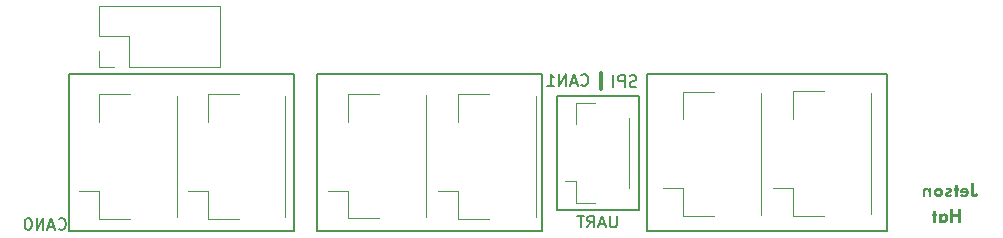
<source format=gbr>
%TF.GenerationSoftware,KiCad,Pcbnew,7.0.8*%
%TF.CreationDate,2024-02-04T14:44:40+01:00*%
%TF.ProjectId,HatV2,48617456-322e-46b6-9963-61645f706362,V2*%
%TF.SameCoordinates,PX5faea10PY6c663e8*%
%TF.FileFunction,Legend,Bot*%
%TF.FilePolarity,Positive*%
%FSLAX46Y46*%
G04 Gerber Fmt 4.6, Leading zero omitted, Abs format (unit mm)*
G04 Created by KiCad (PCBNEW 7.0.8) date 2024-02-04 14:44:40*
%MOMM*%
%LPD*%
G01*
G04 APERTURE LIST*
%ADD10C,0.200000*%
%ADD11C,0.150000*%
%ADD12C,0.300000*%
%ADD13C,0.120000*%
G04 APERTURE END LIST*
D10*
G36*
X85462538Y4726619D02*
G01*
X85212653Y4726619D01*
X85212653Y3889012D01*
X85213001Y3868863D01*
X85214047Y3849214D01*
X85215789Y3830066D01*
X85218229Y3811419D01*
X85221366Y3793274D01*
X85225200Y3775629D01*
X85229730Y3758486D01*
X85234958Y3741844D01*
X85240883Y3725703D01*
X85247505Y3710062D01*
X85254824Y3694923D01*
X85262840Y3680285D01*
X85271553Y3666149D01*
X85280963Y3652513D01*
X85291070Y3639378D01*
X85301875Y3626744D01*
X85313244Y3614748D01*
X85325048Y3603526D01*
X85337286Y3593078D01*
X85349958Y3583404D01*
X85363065Y3574503D01*
X85376605Y3566377D01*
X85390579Y3559024D01*
X85404988Y3552446D01*
X85419831Y3546641D01*
X85435107Y3541610D01*
X85450818Y3537354D01*
X85466963Y3533871D01*
X85483542Y3531162D01*
X85500555Y3529227D01*
X85518002Y3528066D01*
X85535884Y3527679D01*
X85548856Y3527916D01*
X85561657Y3528627D01*
X85580538Y3530581D01*
X85599033Y3533602D01*
X85617144Y3537688D01*
X85634869Y3542841D01*
X85652210Y3549059D01*
X85669165Y3556344D01*
X85685735Y3564695D01*
X85701920Y3574111D01*
X85717719Y3584594D01*
X85722901Y3588325D01*
X85733072Y3596196D01*
X85742949Y3604568D01*
X85752530Y3613441D01*
X85761816Y3622815D01*
X85770807Y3632690D01*
X85779503Y3643067D01*
X85787903Y3653944D01*
X85796009Y3665323D01*
X85803819Y3677202D01*
X85811334Y3689583D01*
X85818553Y3702464D01*
X85825478Y3715847D01*
X85832107Y3729731D01*
X85838441Y3744116D01*
X85844480Y3759002D01*
X85850224Y3774389D01*
X85666383Y3913779D01*
X85666383Y3910286D01*
X85660416Y3898700D01*
X85654879Y3885930D01*
X85649580Y3873279D01*
X85648602Y3870914D01*
X85643340Y3859185D01*
X85637675Y3847813D01*
X85630345Y3834638D01*
X85622434Y3821976D01*
X85613943Y3809827D01*
X85607960Y3802013D01*
X85598539Y3791654D01*
X85588849Y3783438D01*
X85577207Y3776562D01*
X85563454Y3772276D01*
X85554617Y3771532D01*
X85541931Y3772392D01*
X85527791Y3775696D01*
X85514835Y3781478D01*
X85503062Y3789739D01*
X85492472Y3800477D01*
X85487621Y3806776D01*
X85480395Y3818371D01*
X85474394Y3831129D01*
X85469617Y3845050D01*
X85466065Y3860133D01*
X85464105Y3873037D01*
X85462930Y3886686D01*
X85462538Y3901078D01*
X85462538Y4726619D01*
G37*
G36*
X84674934Y4340068D02*
G01*
X84694998Y4338714D01*
X84714653Y4336456D01*
X84733899Y4333296D01*
X84752735Y4329233D01*
X84771162Y4324267D01*
X84789180Y4318398D01*
X84806788Y4311626D01*
X84823988Y4303951D01*
X84840777Y4295373D01*
X84857158Y4285892D01*
X84873129Y4275508D01*
X84888691Y4264222D01*
X84903844Y4252032D01*
X84918587Y4238939D01*
X84932921Y4224944D01*
X84946571Y4210325D01*
X84959340Y4195281D01*
X84971228Y4179813D01*
X84982236Y4163921D01*
X84992363Y4147605D01*
X85001609Y4130865D01*
X85009975Y4113701D01*
X85017460Y4096112D01*
X85024065Y4078099D01*
X85029789Y4059662D01*
X85034632Y4040801D01*
X85038595Y4021516D01*
X85041677Y4001806D01*
X85043878Y3981672D01*
X85045199Y3961114D01*
X85045640Y3940132D01*
X85045222Y3916819D01*
X85043968Y3894107D01*
X85041878Y3871999D01*
X85038952Y3850494D01*
X85035190Y3829591D01*
X85030592Y3809291D01*
X85025159Y3789594D01*
X85018889Y3770500D01*
X85011783Y3752008D01*
X85003842Y3734119D01*
X84995064Y3716833D01*
X84985450Y3700150D01*
X84975001Y3684070D01*
X84963716Y3668592D01*
X84951594Y3653717D01*
X84938637Y3639445D01*
X84924933Y3625911D01*
X84910651Y3613250D01*
X84895791Y3601462D01*
X84880353Y3590548D01*
X84864337Y3580506D01*
X84847743Y3571338D01*
X84830571Y3563043D01*
X84812821Y3555621D01*
X84794493Y3549072D01*
X84775587Y3543397D01*
X84756104Y3538594D01*
X84736042Y3534665D01*
X84715402Y3531609D01*
X84694184Y3529426D01*
X84672389Y3528116D01*
X84650015Y3527679D01*
X84634742Y3527887D01*
X84619722Y3528508D01*
X84604955Y3529544D01*
X84590441Y3530994D01*
X84576180Y3532858D01*
X84562172Y3535136D01*
X84548417Y3537829D01*
X84534916Y3540936D01*
X84521667Y3544457D01*
X84508671Y3548392D01*
X84495928Y3552742D01*
X84483438Y3557506D01*
X84471202Y3562684D01*
X84459218Y3568277D01*
X84447487Y3574284D01*
X84436009Y3580705D01*
X84424785Y3587540D01*
X84413813Y3594789D01*
X84403094Y3602453D01*
X84392629Y3610531D01*
X84382416Y3619024D01*
X84372457Y3627930D01*
X84362750Y3637251D01*
X84353297Y3646986D01*
X84344096Y3657135D01*
X84335149Y3667699D01*
X84326454Y3678677D01*
X84318013Y3690069D01*
X84309824Y3701875D01*
X84301889Y3714096D01*
X84294206Y3726731D01*
X84286777Y3739780D01*
X84496337Y3812174D01*
X84504016Y3799870D01*
X84512049Y3788360D01*
X84520438Y3777644D01*
X84529180Y3767721D01*
X84538278Y3758593D01*
X84552589Y3746388D01*
X84567699Y3735970D01*
X84583607Y3727337D01*
X84600313Y3720491D01*
X84617817Y3715430D01*
X84636119Y3712156D01*
X84648763Y3710965D01*
X84661763Y3710569D01*
X84676225Y3711273D01*
X84690240Y3713386D01*
X84703809Y3716909D01*
X84716931Y3721840D01*
X84729607Y3728181D01*
X84741837Y3735930D01*
X84753619Y3745088D01*
X84764956Y3755656D01*
X84770317Y3761436D01*
X84780111Y3773620D01*
X84788664Y3786638D01*
X84795977Y3800490D01*
X84802049Y3815175D01*
X84806881Y3830694D01*
X84810473Y3847046D01*
X84812353Y3859857D01*
X84813536Y3873137D01*
X84266138Y3873137D01*
X84266138Y3910921D01*
X84266573Y3933663D01*
X84267875Y3955929D01*
X84270045Y3977718D01*
X84273084Y3999032D01*
X84276991Y4019869D01*
X84280705Y4035705D01*
X84502688Y4035705D01*
X84811630Y4035705D01*
X84808872Y4052210D01*
X84805042Y4067754D01*
X84800140Y4082335D01*
X84794167Y4095953D01*
X84787122Y4108609D01*
X84779006Y4120303D01*
X84769818Y4131034D01*
X84759558Y4140802D01*
X84748331Y4149509D01*
X84736399Y4157055D01*
X84723763Y4163440D01*
X84710422Y4168664D01*
X84696377Y4172728D01*
X84681628Y4175630D01*
X84666174Y4177371D01*
X84650015Y4177952D01*
X84642893Y4177813D01*
X84629135Y4176701D01*
X84616028Y4174479D01*
X84603570Y4171145D01*
X84586103Y4164060D01*
X84570097Y4154475D01*
X84555554Y4142390D01*
X84546671Y4132944D01*
X84538438Y4122386D01*
X84530855Y4110718D01*
X84523922Y4097938D01*
X84517638Y4084046D01*
X84512005Y4069044D01*
X84507021Y4052930D01*
X84502688Y4035705D01*
X84280705Y4035705D01*
X84281766Y4040229D01*
X84287410Y4060114D01*
X84293921Y4079522D01*
X84301301Y4098454D01*
X84309549Y4116909D01*
X84318665Y4134889D01*
X84328649Y4152392D01*
X84339502Y4169418D01*
X84351223Y4185969D01*
X84363812Y4202043D01*
X84377269Y4217641D01*
X84391375Y4232521D01*
X84405910Y4246441D01*
X84420874Y4259401D01*
X84436267Y4271400D01*
X84452090Y4282440D01*
X84468341Y4292520D01*
X84485022Y4301640D01*
X84502132Y4309800D01*
X84519671Y4317000D01*
X84537639Y4323240D01*
X84556037Y4328520D01*
X84574863Y4332840D01*
X84594119Y4336200D01*
X84613803Y4338600D01*
X84633917Y4340040D01*
X84654460Y4340520D01*
X84674934Y4340068D01*
G37*
G36*
X84101348Y4584372D02*
G01*
X83872737Y4584372D01*
X83872737Y4320199D01*
X83762876Y4320199D01*
X83762876Y4096668D01*
X83872737Y4096668D01*
X83872737Y3548000D01*
X84101348Y3548000D01*
X84101348Y4096668D01*
X84188665Y4096668D01*
X84188665Y4320199D01*
X84101348Y4320199D01*
X84101348Y4584372D01*
G37*
G36*
X83063389Y4214148D02*
G01*
X83218972Y4116989D01*
X83231455Y4127883D01*
X83243783Y4137707D01*
X83255954Y4146458D01*
X83267968Y4154138D01*
X83279827Y4160746D01*
X83291529Y4166283D01*
X83306889Y4171998D01*
X83321971Y4175808D01*
X83336775Y4177714D01*
X83344073Y4177952D01*
X83357865Y4176999D01*
X83370665Y4174141D01*
X83382472Y4169379D01*
X83393288Y4162711D01*
X83403111Y4153611D01*
X83410255Y4142262D01*
X83413430Y4129611D01*
X83413609Y4125562D01*
X83412484Y4110930D01*
X83409112Y4098152D01*
X83402503Y4085819D01*
X83392958Y4075906D01*
X83390113Y4073807D01*
X83378414Y4066994D01*
X83364436Y4060003D01*
X83350485Y4053551D01*
X83338407Y4048211D01*
X83324945Y4042440D01*
X83310099Y4036240D01*
X83293868Y4029611D01*
X83276254Y4022551D01*
X83263741Y4017606D01*
X83251052Y4012507D01*
X83238702Y4007292D01*
X83226693Y4001960D01*
X83215023Y3996511D01*
X83198155Y3988120D01*
X83182052Y3979466D01*
X83166713Y3970550D01*
X83152140Y3961371D01*
X83138330Y3951930D01*
X83125286Y3942227D01*
X83113006Y3932262D01*
X83101491Y3922034D01*
X83090880Y3911298D01*
X83081313Y3899809D01*
X83072789Y3887566D01*
X83065309Y3874570D01*
X83058873Y3860821D01*
X83053480Y3846318D01*
X83049131Y3831061D01*
X83045826Y3815051D01*
X83043565Y3798288D01*
X83042347Y3780771D01*
X83042115Y3768674D01*
X83042900Y3750345D01*
X83045252Y3732507D01*
X83049173Y3715160D01*
X83054662Y3698304D01*
X83061720Y3681940D01*
X83070346Y3666067D01*
X83080540Y3650685D01*
X83092303Y3635794D01*
X83101016Y3626139D01*
X83110426Y3616703D01*
X83120533Y3607485D01*
X83131337Y3598485D01*
X83142630Y3589911D01*
X83154203Y3581890D01*
X83166057Y3574423D01*
X83178191Y3567508D01*
X83190605Y3561146D01*
X83203299Y3555338D01*
X83216274Y3550083D01*
X83229529Y3545381D01*
X83243064Y3541232D01*
X83256880Y3537637D01*
X83270976Y3534594D01*
X83285352Y3532105D01*
X83300009Y3530169D01*
X83314946Y3528786D01*
X83330163Y3527956D01*
X83345660Y3527679D01*
X83361553Y3528106D01*
X83377441Y3529387D01*
X83393322Y3531522D01*
X83409198Y3534511D01*
X83425069Y3538354D01*
X83440934Y3543050D01*
X83456793Y3548601D01*
X83472647Y3555006D01*
X83488495Y3562264D01*
X83504338Y3570377D01*
X83514896Y3576259D01*
X83530452Y3585880D01*
X83545568Y3596404D01*
X83560242Y3607833D01*
X83574475Y3620166D01*
X83583719Y3628890D01*
X83592767Y3638016D01*
X83601619Y3647544D01*
X83610275Y3657474D01*
X83618735Y3667806D01*
X83626999Y3678539D01*
X83635067Y3689675D01*
X83642939Y3701212D01*
X83650616Y3713151D01*
X83658096Y3725492D01*
X83473302Y3812174D01*
X83465466Y3797409D01*
X83457595Y3783597D01*
X83449689Y3770738D01*
X83441749Y3758831D01*
X83433774Y3747877D01*
X83425764Y3737875D01*
X83413684Y3724658D01*
X83401526Y3713585D01*
X83389290Y3704655D01*
X83376975Y3697868D01*
X83364583Y3693224D01*
X83352112Y3690724D01*
X83343755Y3690248D01*
X83330847Y3691098D01*
X83316802Y3694154D01*
X83303511Y3699433D01*
X83292500Y3705875D01*
X83289460Y3708028D01*
X83278903Y3717375D01*
X83270631Y3728602D01*
X83266177Y3740582D01*
X83265329Y3748988D01*
X83267055Y3762899D01*
X83272235Y3775421D01*
X83280867Y3786554D01*
X83291253Y3795156D01*
X83292953Y3796298D01*
X83304370Y3803350D01*
X83315780Y3809288D01*
X83328619Y3813760D01*
X83334230Y3814396D01*
X83345780Y3821362D01*
X83359445Y3827239D01*
X83372332Y3832256D01*
X83384516Y3836761D01*
X83398368Y3841703D01*
X83412550Y3846914D01*
X83426282Y3852310D01*
X83439564Y3857888D01*
X83452395Y3863651D01*
X83464777Y3869597D01*
X83476708Y3875726D01*
X83488188Y3882039D01*
X83499219Y3888536D01*
X83519929Y3902080D01*
X83538839Y3916358D01*
X83555948Y3931371D01*
X83571255Y3947118D01*
X83584762Y3963599D01*
X83596468Y3980814D01*
X83606373Y3998764D01*
X83614477Y4017447D01*
X83620780Y4036866D01*
X83625283Y4057018D01*
X83627984Y4077904D01*
X83628884Y4099525D01*
X83628562Y4112630D01*
X83627595Y4125433D01*
X83624934Y4144069D01*
X83620823Y4162024D01*
X83615260Y4179298D01*
X83608246Y4195891D01*
X83599781Y4211804D01*
X83589865Y4227035D01*
X83578497Y4241586D01*
X83565679Y4255455D01*
X83556327Y4264323D01*
X83546330Y4272889D01*
X83535775Y4281079D01*
X83524829Y4288740D01*
X83513490Y4295873D01*
X83501759Y4302477D01*
X83489636Y4308554D01*
X83477122Y4314101D01*
X83464215Y4319121D01*
X83450917Y4323612D01*
X83437227Y4327575D01*
X83423144Y4331009D01*
X83408670Y4333915D01*
X83393804Y4336293D01*
X83378546Y4338142D01*
X83362896Y4339463D01*
X83346854Y4340256D01*
X83330420Y4340520D01*
X83312112Y4340026D01*
X83294020Y4338545D01*
X83276143Y4336077D01*
X83258483Y4332621D01*
X83241038Y4328179D01*
X83223809Y4322749D01*
X83206796Y4316331D01*
X83189998Y4308927D01*
X83173417Y4300535D01*
X83157051Y4291156D01*
X83140901Y4280790D01*
X83124967Y4269436D01*
X83109249Y4257095D01*
X83093746Y4243767D01*
X83078460Y4229451D01*
X83063389Y4214148D01*
G37*
G36*
X82490656Y4340073D02*
G01*
X82512127Y4338734D01*
X82533094Y4336501D01*
X82553558Y4333376D01*
X82573518Y4329357D01*
X82592975Y4324445D01*
X82611928Y4318641D01*
X82630377Y4311943D01*
X82648323Y4304353D01*
X82665765Y4295869D01*
X82682704Y4286492D01*
X82699139Y4276223D01*
X82715071Y4265060D01*
X82730499Y4253004D01*
X82745423Y4240056D01*
X82759844Y4226214D01*
X82773570Y4211706D01*
X82786411Y4196680D01*
X82798366Y4181135D01*
X82809436Y4165072D01*
X82819620Y4148491D01*
X82828919Y4131391D01*
X82837331Y4113773D01*
X82844859Y4095636D01*
X82851501Y4076980D01*
X82857257Y4057807D01*
X82862127Y4038115D01*
X82866113Y4017904D01*
X82869212Y3997175D01*
X82871426Y3975927D01*
X82872754Y3954161D01*
X82873197Y3931877D01*
X82872785Y3912172D01*
X82871550Y3892748D01*
X82869491Y3873604D01*
X82866609Y3854741D01*
X82862903Y3836157D01*
X82858373Y3817854D01*
X82853020Y3799831D01*
X82846843Y3782089D01*
X82839843Y3764627D01*
X82832019Y3747445D01*
X82823372Y3730544D01*
X82813901Y3713922D01*
X82803607Y3697581D01*
X82792489Y3681521D01*
X82780547Y3665741D01*
X82767782Y3650241D01*
X82754274Y3635399D01*
X82740103Y3621515D01*
X82725271Y3608589D01*
X82709776Y3596620D01*
X82693618Y3585609D01*
X82676799Y3575555D01*
X82659317Y3566459D01*
X82641172Y3558320D01*
X82622366Y3551138D01*
X82602897Y3544915D01*
X82582766Y3539648D01*
X82561972Y3535340D01*
X82540516Y3531988D01*
X82518398Y3529595D01*
X82495618Y3528158D01*
X82472175Y3527679D01*
X82451320Y3528132D01*
X82430908Y3529490D01*
X82410936Y3531754D01*
X82391407Y3534923D01*
X82372319Y3538997D01*
X82353672Y3543977D01*
X82335467Y3549862D01*
X82317703Y3556653D01*
X82300381Y3564349D01*
X82283501Y3572950D01*
X82267062Y3582457D01*
X82251065Y3592869D01*
X82235509Y3604187D01*
X82220395Y3616410D01*
X82205722Y3629539D01*
X82191491Y3643573D01*
X82177918Y3658331D01*
X82165221Y3673553D01*
X82153400Y3689239D01*
X82142455Y3705389D01*
X82132385Y3722003D01*
X82123190Y3739080D01*
X82114872Y3756622D01*
X82107429Y3774627D01*
X82100861Y3793097D01*
X82095170Y3812030D01*
X82090353Y3831427D01*
X82086413Y3851288D01*
X82083348Y3871612D01*
X82081159Y3892401D01*
X82079846Y3913653D01*
X82079466Y3932512D01*
X82304526Y3932512D01*
X82304726Y3923419D01*
X82305775Y3910064D01*
X82307721Y3897049D01*
X82310567Y3884375D01*
X82314311Y3872041D01*
X82318954Y3860048D01*
X82324495Y3848395D01*
X82330935Y3837083D01*
X82338274Y3826111D01*
X82346511Y3815479D01*
X82355646Y3805188D01*
X82362063Y3798652D01*
X82371933Y3789638D01*
X82382100Y3781573D01*
X82396115Y3772296D01*
X82410656Y3764705D01*
X82425723Y3758801D01*
X82441316Y3754584D01*
X82457435Y3752054D01*
X82474080Y3751211D01*
X82482928Y3751426D01*
X82495894Y3752559D01*
X82508491Y3754664D01*
X82524714Y3758980D01*
X82540282Y3765022D01*
X82555195Y3772792D01*
X82565950Y3779752D01*
X82576337Y3787683D01*
X82586356Y3796585D01*
X82596006Y3806458D01*
X82602119Y3813457D01*
X82610550Y3824305D01*
X82618093Y3835571D01*
X82624749Y3847255D01*
X82630517Y3859358D01*
X82635398Y3871880D01*
X82639391Y3884820D01*
X82642497Y3898179D01*
X82644716Y3911957D01*
X82646047Y3926153D01*
X82646491Y3940767D01*
X82646292Y3949736D01*
X82645251Y3962887D01*
X82643316Y3975674D01*
X82639347Y3992160D01*
X82633790Y4008001D01*
X82626646Y4023197D01*
X82620246Y4034171D01*
X82612953Y4044782D01*
X82604767Y4055031D01*
X82595688Y4064916D01*
X82592474Y4068120D01*
X82582606Y4077121D01*
X82572397Y4085206D01*
X82561847Y4092376D01*
X82547251Y4100513D01*
X82532050Y4107022D01*
X82516244Y4111903D01*
X82499832Y4115158D01*
X82487126Y4116531D01*
X82474080Y4116989D01*
X82461547Y4116503D01*
X82445297Y4114345D01*
X82429572Y4110460D01*
X82414374Y4104849D01*
X82399701Y4097512D01*
X82385554Y4088448D01*
X82375289Y4080517D01*
X82365320Y4071614D01*
X82355646Y4061741D01*
X82349456Y4054762D01*
X82340920Y4044019D01*
X82333281Y4032946D01*
X82326542Y4021544D01*
X82320701Y4009813D01*
X82315759Y3997753D01*
X82311715Y3985363D01*
X82308570Y3972645D01*
X82306324Y3959596D01*
X82304976Y3946219D01*
X82304526Y3932512D01*
X82079466Y3932512D01*
X82079408Y3935370D01*
X82079846Y3956702D01*
X82081159Y3977594D01*
X82083348Y3998048D01*
X82086413Y4018063D01*
X82090353Y4037638D01*
X82095170Y4056775D01*
X82100861Y4075472D01*
X82107429Y4093731D01*
X82114872Y4111550D01*
X82123190Y4128930D01*
X82132385Y4145871D01*
X82142455Y4162374D01*
X82153400Y4178437D01*
X82165221Y4194061D01*
X82177918Y4209246D01*
X82191491Y4223991D01*
X82205708Y4238102D01*
X82220340Y4251303D01*
X82235386Y4263593D01*
X82250846Y4274973D01*
X82266721Y4285442D01*
X82283010Y4295001D01*
X82299713Y4303649D01*
X82316830Y4311388D01*
X82334362Y4318215D01*
X82352308Y4324133D01*
X82370668Y4329140D01*
X82389442Y4333237D01*
X82408631Y4336423D01*
X82428234Y4338699D01*
X82448251Y4340065D01*
X82468682Y4340520D01*
X82490656Y4340073D01*
G37*
G36*
X81640919Y4320199D02*
G01*
X81640919Y4229072D01*
X81626267Y4242567D01*
X81611524Y4255192D01*
X81596688Y4266947D01*
X81581762Y4277830D01*
X81566743Y4287843D01*
X81551632Y4296985D01*
X81536430Y4305257D01*
X81521136Y4312658D01*
X81505750Y4319188D01*
X81490272Y4324847D01*
X81474703Y4329636D01*
X81459042Y4333554D01*
X81443289Y4336602D01*
X81427444Y4338778D01*
X81411507Y4340084D01*
X81395479Y4340520D01*
X81381895Y4340165D01*
X81368609Y4339101D01*
X81355621Y4337327D01*
X81342930Y4334844D01*
X81330537Y4331652D01*
X81318442Y4327750D01*
X81300857Y4320566D01*
X81283942Y4311787D01*
X81273037Y4305047D01*
X81262430Y4297598D01*
X81252121Y4289439D01*
X81242109Y4280571D01*
X81232395Y4270994D01*
X81222979Y4260707D01*
X81213860Y4249710D01*
X81205132Y4238162D01*
X81196967Y4226219D01*
X81189365Y4213882D01*
X81182327Y4201150D01*
X81175851Y4188024D01*
X81169939Y4174504D01*
X81164589Y4160589D01*
X81159803Y4146279D01*
X81155580Y4131576D01*
X81151920Y4116478D01*
X81148823Y4100985D01*
X81146289Y4085098D01*
X81144318Y4068817D01*
X81142910Y4052141D01*
X81142066Y4035071D01*
X81141784Y4017606D01*
X81141784Y3548000D01*
X81373888Y3548000D01*
X81373888Y3979504D01*
X81374454Y3995772D01*
X81376150Y4011395D01*
X81378978Y4026373D01*
X81382937Y4040705D01*
X81388027Y4054393D01*
X81394249Y4067436D01*
X81401601Y4079834D01*
X81410085Y4091587D01*
X81419377Y4102304D01*
X81429156Y4111591D01*
X81439420Y4119449D01*
X81452935Y4127263D01*
X81467209Y4132845D01*
X81482243Y4136193D01*
X81498037Y4137310D01*
X81513327Y4136407D01*
X81527923Y4133698D01*
X81541824Y4129183D01*
X81555031Y4122863D01*
X81567543Y4114736D01*
X81579360Y4104804D01*
X81590483Y4093066D01*
X81598370Y4083077D01*
X81600912Y4079522D01*
X81608061Y4068388D01*
X81614508Y4056657D01*
X81620251Y4044329D01*
X81625291Y4031403D01*
X81629628Y4017881D01*
X81633261Y4003761D01*
X81636191Y3989044D01*
X81638418Y3973730D01*
X81639942Y3957818D01*
X81640762Y3941309D01*
X81640919Y3929972D01*
X81640919Y3548000D01*
X81869530Y3548000D01*
X81869530Y4320199D01*
X81640919Y4320199D01*
G37*
G36*
X84404893Y2542619D02*
G01*
X84152150Y2542619D01*
X84152150Y2075236D01*
X83736840Y2075236D01*
X83736840Y2542619D01*
X83485050Y2542619D01*
X83485050Y1364000D01*
X83736840Y1364000D01*
X83736840Y1831384D01*
X84152150Y1831384D01*
X84152150Y1364000D01*
X84404893Y1364000D01*
X84404893Y2542619D01*
G37*
G36*
X82997002Y2156052D02*
G01*
X83013832Y2154649D01*
X83030371Y2152311D01*
X83046620Y2149038D01*
X83062579Y2144830D01*
X83078248Y2139686D01*
X83093626Y2133608D01*
X83108714Y2126594D01*
X83123512Y2118645D01*
X83138020Y2109761D01*
X83152237Y2099941D01*
X83166165Y2089187D01*
X83179802Y2077497D01*
X83193149Y2064872D01*
X83206205Y2051312D01*
X83218972Y2036816D01*
X83231198Y2021667D01*
X83242636Y2006146D01*
X83253286Y1990253D01*
X83263146Y1973988D01*
X83272217Y1957351D01*
X83280500Y1940341D01*
X83287994Y1922960D01*
X83294699Y1905206D01*
X83300615Y1887080D01*
X83305743Y1868583D01*
X83310081Y1849713D01*
X83313631Y1830471D01*
X83316392Y1810857D01*
X83318364Y1790871D01*
X83319547Y1770512D01*
X83319942Y1749782D01*
X83319572Y1728788D01*
X83318463Y1708192D01*
X83316615Y1687997D01*
X83314028Y1668200D01*
X83310701Y1648803D01*
X83306636Y1629806D01*
X83301831Y1611208D01*
X83296287Y1593009D01*
X83290003Y1575209D01*
X83282981Y1557809D01*
X83275219Y1540808D01*
X83266718Y1524207D01*
X83257478Y1508005D01*
X83247498Y1492202D01*
X83236780Y1476799D01*
X83225322Y1461795D01*
X83213337Y1447492D01*
X83201037Y1434112D01*
X83188422Y1421654D01*
X83175492Y1410120D01*
X83162247Y1399508D01*
X83148687Y1389818D01*
X83134811Y1381052D01*
X83120621Y1373208D01*
X83106116Y1366288D01*
X83091296Y1360290D01*
X83076160Y1355214D01*
X83060710Y1351062D01*
X83044944Y1347832D01*
X83028864Y1345525D01*
X83012469Y1344141D01*
X82995758Y1343679D01*
X82985818Y1343811D01*
X82971290Y1344501D01*
X82957220Y1345783D01*
X82943607Y1347657D01*
X82930452Y1350122D01*
X82917754Y1353178D01*
X82905514Y1356827D01*
X82889906Y1362611D01*
X82875112Y1369448D01*
X82861131Y1377336D01*
X82857719Y1379480D01*
X82844088Y1388862D01*
X82833885Y1396744D01*
X82823698Y1405353D01*
X82813528Y1414686D01*
X82803374Y1424746D01*
X82793238Y1435531D01*
X82783118Y1447041D01*
X82773015Y1459278D01*
X82762928Y1472239D01*
X82752859Y1485927D01*
X82749366Y1485927D01*
X82749366Y1364000D01*
X82520755Y1364000D01*
X82520755Y1754545D01*
X82754764Y1754545D01*
X82754952Y1744910D01*
X82755942Y1730793D01*
X82757780Y1717078D01*
X82760467Y1703765D01*
X82764001Y1690853D01*
X82768385Y1678344D01*
X82773616Y1666236D01*
X82779696Y1654530D01*
X82786624Y1643226D01*
X82794401Y1632324D01*
X82803026Y1621823D01*
X82809134Y1615210D01*
X82818581Y1606090D01*
X82828368Y1597930D01*
X82841946Y1588544D01*
X82856131Y1580864D01*
X82870920Y1574890D01*
X82886314Y1570624D01*
X82902314Y1568064D01*
X82918919Y1567211D01*
X82923298Y1567257D01*
X82936120Y1567950D01*
X82952477Y1570167D01*
X82967990Y1573863D01*
X82982661Y1579038D01*
X82996487Y1585691D01*
X83009471Y1593822D01*
X83021611Y1603432D01*
X83032907Y1614520D01*
X83035564Y1617527D01*
X83045348Y1630148D01*
X83053782Y1643722D01*
X83060866Y1658248D01*
X83066601Y1673727D01*
X83070017Y1685961D01*
X83072674Y1698732D01*
X83074571Y1712037D01*
X83075710Y1725879D01*
X83076090Y1740257D01*
X83075912Y1750544D01*
X83074981Y1765556D01*
X83073252Y1780065D01*
X83070724Y1794072D01*
X83067399Y1807577D01*
X83063275Y1820580D01*
X83058353Y1833080D01*
X83052633Y1845078D01*
X83046115Y1856574D01*
X83038799Y1867567D01*
X83030685Y1878058D01*
X83027806Y1881438D01*
X83018912Y1890933D01*
X83006454Y1902090D01*
X82993312Y1911532D01*
X82979485Y1919256D01*
X82964974Y1925264D01*
X82949778Y1929555D01*
X82933897Y1932130D01*
X82917332Y1932989D01*
X82909146Y1932782D01*
X82893191Y1931124D01*
X82877791Y1927810D01*
X82862947Y1922839D01*
X82848659Y1916211D01*
X82834926Y1907926D01*
X82821750Y1897984D01*
X82812231Y1889440D01*
X82803026Y1879964D01*
X82797182Y1873260D01*
X82789122Y1862920D01*
X82781911Y1852240D01*
X82773616Y1837471D01*
X82766829Y1822096D01*
X82761551Y1806116D01*
X82758581Y1793734D01*
X82756460Y1781011D01*
X82755188Y1767948D01*
X82754764Y1754545D01*
X82520755Y1754545D01*
X82520755Y2136199D01*
X82749366Y2136199D01*
X82749366Y2014273D01*
X82760383Y2027849D01*
X82771289Y2040717D01*
X82782084Y2052876D01*
X82792766Y2064326D01*
X82803337Y2075067D01*
X82813797Y2085100D01*
X82824145Y2094423D01*
X82834381Y2103038D01*
X82847855Y2113422D01*
X82861131Y2122546D01*
X82874447Y2130508D01*
X82888200Y2137409D01*
X82902389Y2143249D01*
X82917014Y2148026D01*
X82932076Y2151742D01*
X82947575Y2154396D01*
X82963510Y2155989D01*
X82979882Y2156520D01*
X82997002Y2156052D01*
G37*
G36*
X82281348Y2400372D02*
G01*
X82052736Y2400372D01*
X82052736Y2136199D01*
X81942876Y2136199D01*
X81942876Y1912668D01*
X82052736Y1912668D01*
X82052736Y1364000D01*
X82281348Y1364000D01*
X82281348Y1912668D01*
X82368665Y1912668D01*
X82368665Y2136199D01*
X82281348Y2136199D01*
X82281348Y2400372D01*
G37*
D11*
X56911639Y12903200D02*
X56768782Y12855581D01*
X56768782Y12855581D02*
X56530687Y12855581D01*
X56530687Y12855581D02*
X56435449Y12903200D01*
X56435449Y12903200D02*
X56387830Y12950820D01*
X56387830Y12950820D02*
X56340211Y13046058D01*
X56340211Y13046058D02*
X56340211Y13141296D01*
X56340211Y13141296D02*
X56387830Y13236534D01*
X56387830Y13236534D02*
X56435449Y13284153D01*
X56435449Y13284153D02*
X56530687Y13331772D01*
X56530687Y13331772D02*
X56721163Y13379391D01*
X56721163Y13379391D02*
X56816401Y13427010D01*
X56816401Y13427010D02*
X56864020Y13474629D01*
X56864020Y13474629D02*
X56911639Y13569867D01*
X56911639Y13569867D02*
X56911639Y13665105D01*
X56911639Y13665105D02*
X56864020Y13760343D01*
X56864020Y13760343D02*
X56816401Y13807962D01*
X56816401Y13807962D02*
X56721163Y13855581D01*
X56721163Y13855581D02*
X56483068Y13855581D01*
X56483068Y13855581D02*
X56340211Y13807962D01*
X55911639Y12855581D02*
X55911639Y13855581D01*
X55911639Y13855581D02*
X55530687Y13855581D01*
X55530687Y13855581D02*
X55435449Y13807962D01*
X55435449Y13807962D02*
X55387830Y13760343D01*
X55387830Y13760343D02*
X55340211Y13665105D01*
X55340211Y13665105D02*
X55340211Y13522248D01*
X55340211Y13522248D02*
X55387830Y13427010D01*
X55387830Y13427010D02*
X55435449Y13379391D01*
X55435449Y13379391D02*
X55530687Y13331772D01*
X55530687Y13331772D02*
X55911639Y13331772D01*
X54911639Y12855581D02*
X54911639Y13855581D01*
D12*
X53949600Y14046200D02*
X53949600Y12725400D01*
D11*
X55238420Y1968381D02*
X55238420Y1158858D01*
X55238420Y1158858D02*
X55190801Y1063620D01*
X55190801Y1063620D02*
X55143182Y1016000D01*
X55143182Y1016000D02*
X55047944Y968381D01*
X55047944Y968381D02*
X54857468Y968381D01*
X54857468Y968381D02*
X54762230Y1016000D01*
X54762230Y1016000D02*
X54714611Y1063620D01*
X54714611Y1063620D02*
X54666992Y1158858D01*
X54666992Y1158858D02*
X54666992Y1968381D01*
X54238420Y1254096D02*
X53762230Y1254096D01*
X54333658Y968381D02*
X54000325Y1968381D01*
X54000325Y1968381D02*
X53666992Y968381D01*
X52762230Y968381D02*
X53095563Y1444572D01*
X53333658Y968381D02*
X53333658Y1968381D01*
X53333658Y1968381D02*
X52952706Y1968381D01*
X52952706Y1968381D02*
X52857468Y1920762D01*
X52857468Y1920762D02*
X52809849Y1873143D01*
X52809849Y1873143D02*
X52762230Y1777905D01*
X52762230Y1777905D02*
X52762230Y1635048D01*
X52762230Y1635048D02*
X52809849Y1539810D01*
X52809849Y1539810D02*
X52857468Y1492191D01*
X52857468Y1492191D02*
X52952706Y1444572D01*
X52952706Y1444572D02*
X53333658Y1444572D01*
X52476515Y1968381D02*
X51905087Y1968381D01*
X52190801Y968381D02*
X52190801Y1968381D01*
X52228592Y13052420D02*
X52276211Y13004800D01*
X52276211Y13004800D02*
X52419068Y12957181D01*
X52419068Y12957181D02*
X52514306Y12957181D01*
X52514306Y12957181D02*
X52657163Y13004800D01*
X52657163Y13004800D02*
X52752401Y13100039D01*
X52752401Y13100039D02*
X52800020Y13195277D01*
X52800020Y13195277D02*
X52847639Y13385753D01*
X52847639Y13385753D02*
X52847639Y13528610D01*
X52847639Y13528610D02*
X52800020Y13719086D01*
X52800020Y13719086D02*
X52752401Y13814324D01*
X52752401Y13814324D02*
X52657163Y13909562D01*
X52657163Y13909562D02*
X52514306Y13957181D01*
X52514306Y13957181D02*
X52419068Y13957181D01*
X52419068Y13957181D02*
X52276211Y13909562D01*
X52276211Y13909562D02*
X52228592Y13861943D01*
X51847639Y13242896D02*
X51371449Y13242896D01*
X51942877Y12957181D02*
X51609544Y13957181D01*
X51609544Y13957181D02*
X51276211Y12957181D01*
X50942877Y12957181D02*
X50942877Y13957181D01*
X50942877Y13957181D02*
X50371449Y12957181D01*
X50371449Y12957181D02*
X50371449Y13957181D01*
X49371449Y12957181D02*
X49942877Y12957181D01*
X49657163Y12957181D02*
X49657163Y13957181D01*
X49657163Y13957181D02*
X49752401Y13814324D01*
X49752401Y13814324D02*
X49847639Y13719086D01*
X49847639Y13719086D02*
X49942877Y13671467D01*
X7981792Y860420D02*
X8029411Y812800D01*
X8029411Y812800D02*
X8172268Y765181D01*
X8172268Y765181D02*
X8267506Y765181D01*
X8267506Y765181D02*
X8410363Y812800D01*
X8410363Y812800D02*
X8505601Y908039D01*
X8505601Y908039D02*
X8553220Y1003277D01*
X8553220Y1003277D02*
X8600839Y1193753D01*
X8600839Y1193753D02*
X8600839Y1336610D01*
X8600839Y1336610D02*
X8553220Y1527086D01*
X8553220Y1527086D02*
X8505601Y1622324D01*
X8505601Y1622324D02*
X8410363Y1717562D01*
X8410363Y1717562D02*
X8267506Y1765181D01*
X8267506Y1765181D02*
X8172268Y1765181D01*
X8172268Y1765181D02*
X8029411Y1717562D01*
X8029411Y1717562D02*
X7981792Y1669943D01*
X7600839Y1050896D02*
X7124649Y1050896D01*
X7696077Y765181D02*
X7362744Y1765181D01*
X7362744Y1765181D02*
X7029411Y765181D01*
X6696077Y765181D02*
X6696077Y1765181D01*
X6696077Y1765181D02*
X6124649Y765181D01*
X6124649Y765181D02*
X6124649Y1765181D01*
X5457982Y1765181D02*
X5362744Y1765181D01*
X5362744Y1765181D02*
X5267506Y1717562D01*
X5267506Y1717562D02*
X5219887Y1669943D01*
X5219887Y1669943D02*
X5172268Y1574705D01*
X5172268Y1574705D02*
X5124649Y1384229D01*
X5124649Y1384229D02*
X5124649Y1146134D01*
X5124649Y1146134D02*
X5172268Y955658D01*
X5172268Y955658D02*
X5219887Y860420D01*
X5219887Y860420D02*
X5267506Y812800D01*
X5267506Y812800D02*
X5362744Y765181D01*
X5362744Y765181D02*
X5457982Y765181D01*
X5457982Y765181D02*
X5553220Y812800D01*
X5553220Y812800D02*
X5600839Y860420D01*
X5600839Y860420D02*
X5648458Y955658D01*
X5648458Y955658D02*
X5696077Y1146134D01*
X5696077Y1146134D02*
X5696077Y1384229D01*
X5696077Y1384229D02*
X5648458Y1574705D01*
X5648458Y1574705D02*
X5600839Y1669943D01*
X5600839Y1669943D02*
X5553220Y1717562D01*
X5553220Y1717562D02*
X5457982Y1765181D01*
X78105000Y635000D02*
X78105000Y13970000D01*
X29845000Y635000D02*
X29845000Y13970000D01*
X48895000Y635000D02*
X29845000Y635000D01*
X50165000Y12065000D02*
X50165000Y2413000D01*
X57785000Y635000D02*
X78105000Y635000D01*
X57785000Y13970000D02*
X57785000Y635000D01*
X8890000Y635000D02*
X8890000Y13335000D01*
X27940000Y13970000D02*
X8890000Y13970000D01*
X78105000Y13970000D02*
X57785000Y13970000D01*
X57150000Y12065000D02*
X50165000Y12065000D01*
X48895000Y13970000D02*
X48895000Y635000D01*
X8890000Y13335000D02*
X8890000Y13970000D01*
X50165741Y2419484D02*
X57150741Y2419484D01*
X27940000Y13970000D02*
X27940000Y635000D01*
X57150000Y2413000D02*
X57150000Y12065000D01*
X27940000Y635000D02*
X8890000Y635000D01*
X29845000Y13970000D02*
X48895000Y13970000D01*
D13*
%TO.C,J4*%
X41800063Y12241884D02*
X41800063Y9891884D01*
X41800063Y4071884D02*
X40090063Y4071884D01*
X44430063Y12241884D02*
X41800063Y12241884D01*
X48370063Y1831884D02*
X48370063Y12131884D01*
X44430063Y1721884D02*
X41800063Y1721884D01*
X41800063Y1721884D02*
X41800063Y4071884D01*
%TO.C,J7*%
X51810144Y3068976D02*
X51810144Y4868976D01*
X53410144Y3068976D02*
X51810144Y3068976D01*
X53410144Y11538976D02*
X51810144Y11538976D01*
X51810144Y11538976D02*
X51810144Y9738976D01*
X56280144Y4338976D02*
X56280144Y10268976D01*
X51810144Y4868976D02*
X50870144Y4868976D01*
%TO.C,J9*%
X70180423Y12502728D02*
X70180423Y10152728D01*
X70180423Y4332728D02*
X68470423Y4332728D01*
X72810423Y12502728D02*
X70180423Y12502728D01*
X76750423Y2092728D02*
X76750423Y12392728D01*
X72810423Y1982728D02*
X70180423Y1982728D01*
X70180423Y1982728D02*
X70180423Y4332728D01*
%TO.C,J8*%
X60865000Y12475000D02*
X60865000Y10125000D01*
X60865000Y4305000D02*
X59155000Y4305000D01*
X63495000Y12475000D02*
X60865000Y12475000D01*
X67435000Y2065000D02*
X67435000Y12365000D01*
X63495000Y1955000D02*
X60865000Y1955000D01*
X60865000Y1955000D02*
X60865000Y4305000D01*
%TO.C,J6*%
X11370000Y15875000D02*
X11370000Y14545000D01*
X11370000Y17145000D02*
X13970000Y17145000D01*
X21650000Y19745000D02*
X21650000Y14545000D01*
X11370000Y14545000D02*
X12700000Y14545000D01*
X13970000Y17145000D02*
X13970000Y14545000D01*
X11370000Y19745000D02*
X11370000Y17145000D01*
X11370000Y19745000D02*
X21650000Y19745000D01*
X13970000Y14545000D02*
X21650000Y14545000D01*
%TO.C,J2*%
X20620000Y12245000D02*
X20620000Y9895000D01*
X20620000Y4075000D02*
X18910000Y4075000D01*
X23250000Y12245000D02*
X20620000Y12245000D01*
X27190000Y1835000D02*
X27190000Y12135000D01*
X23250000Y1725000D02*
X20620000Y1725000D01*
X20620000Y1725000D02*
X20620000Y4075000D01*
%TO.C,J3*%
X32522765Y12256320D02*
X32522765Y9906320D01*
X32522765Y4086320D02*
X30812765Y4086320D01*
X35152765Y12256320D02*
X32522765Y12256320D01*
X39092765Y1846320D02*
X39092765Y12146320D01*
X35152765Y1736320D02*
X32522765Y1736320D01*
X32522765Y1736320D02*
X32522765Y4086320D01*
%TO.C,J1*%
X11439758Y12245000D02*
X11439758Y9895000D01*
X11439758Y4075000D02*
X9729758Y4075000D01*
X14069758Y12245000D02*
X11439758Y12245000D01*
X18009758Y1835000D02*
X18009758Y12135000D01*
X14069758Y1725000D02*
X11439758Y1725000D01*
X11439758Y1725000D02*
X11439758Y4075000D01*
%TD*%
M02*

</source>
